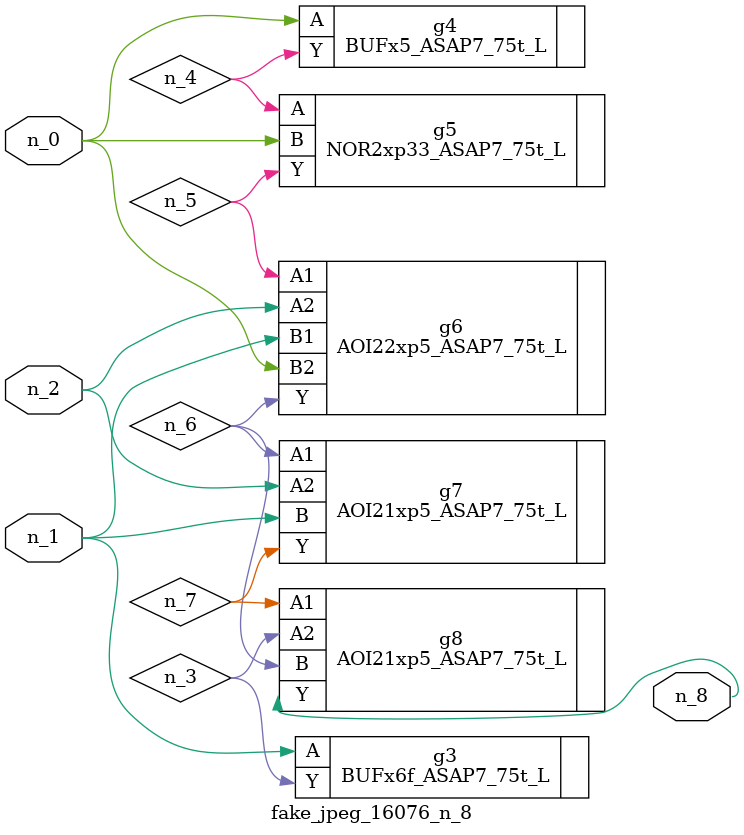
<source format=v>
module fake_jpeg_16076_n_8 (n_0, n_2, n_1, n_8);

input n_0;
input n_2;
input n_1;

output n_8;

wire n_3;
wire n_4;
wire n_6;
wire n_5;
wire n_7;

BUFx6f_ASAP7_75t_L g3 ( 
.A(n_1),
.Y(n_3)
);

BUFx5_ASAP7_75t_L g4 ( 
.A(n_0),
.Y(n_4)
);

NOR2xp33_ASAP7_75t_L g5 ( 
.A(n_4),
.B(n_0),
.Y(n_5)
);

AOI22xp5_ASAP7_75t_L g6 ( 
.A1(n_5),
.A2(n_2),
.B1(n_1),
.B2(n_0),
.Y(n_6)
);

AOI21xp5_ASAP7_75t_L g7 ( 
.A1(n_6),
.A2(n_2),
.B(n_1),
.Y(n_7)
);

AOI21xp5_ASAP7_75t_L g8 ( 
.A1(n_7),
.A2(n_3),
.B(n_6),
.Y(n_8)
);


endmodule
</source>
